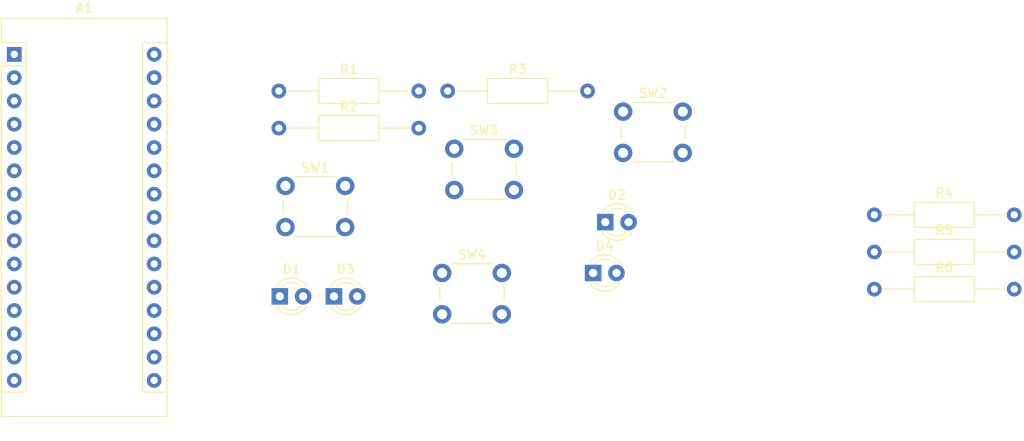
<source format=kicad_pcb>
(kicad_pcb (version 20171130) (host pcbnew 5.1.5+dfsg1-2build2)

  (general
    (thickness 1.6)
    (drawings 0)
    (tracks 0)
    (zones 0)
    (modules 15)
    (nets 33)
  )

  (page A4)
  (layers
    (0 F.Cu signal)
    (31 B.Cu signal)
    (32 B.Adhes user)
    (33 F.Adhes user)
    (34 B.Paste user)
    (35 F.Paste user)
    (36 B.SilkS user)
    (37 F.SilkS user)
    (38 B.Mask user)
    (39 F.Mask user)
    (40 Dwgs.User user)
    (41 Cmts.User user)
    (42 Eco1.User user)
    (43 Eco2.User user)
    (44 Edge.Cuts user)
    (45 Margin user)
    (46 B.CrtYd user)
    (47 F.CrtYd user)
    (48 B.Fab user)
    (49 F.Fab user)
  )

  (setup
    (last_trace_width 0.25)
    (trace_clearance 0.2)
    (zone_clearance 0.508)
    (zone_45_only no)
    (trace_min 0.2)
    (via_size 0.8)
    (via_drill 0.4)
    (via_min_size 0.4)
    (via_min_drill 0.3)
    (uvia_size 0.3)
    (uvia_drill 0.1)
    (uvias_allowed no)
    (uvia_min_size 0.2)
    (uvia_min_drill 0.1)
    (edge_width 0.05)
    (segment_width 0.2)
    (pcb_text_width 0.3)
    (pcb_text_size 1.5 1.5)
    (mod_edge_width 0.12)
    (mod_text_size 1 1)
    (mod_text_width 0.15)
    (pad_size 1.524 1.524)
    (pad_drill 0.762)
    (pad_to_mask_clearance 0.051)
    (solder_mask_min_width 0.25)
    (aux_axis_origin 0 0)
    (visible_elements FFFFFF7F)
    (pcbplotparams
      (layerselection 0x010fc_ffffffff)
      (usegerberextensions false)
      (usegerberattributes false)
      (usegerberadvancedattributes false)
      (creategerberjobfile false)
      (excludeedgelayer true)
      (linewidth 0.100000)
      (plotframeref false)
      (viasonmask false)
      (mode 1)
      (useauxorigin false)
      (hpglpennumber 1)
      (hpglpenspeed 20)
      (hpglpendiameter 15.000000)
      (psnegative false)
      (psa4output false)
      (plotreference true)
      (plotvalue true)
      (plotinvisibletext false)
      (padsonsilk false)
      (subtractmaskfromsilk false)
      (outputformat 1)
      (mirror false)
      (drillshape 1)
      (scaleselection 1)
      (outputdirectory ""))
  )

  (net 0 "")
  (net 1 "Net-(A1-Pad16)")
  (net 2 "Net-(A1-Pad15)")
  (net 3 "Net-(A1-Pad30)")
  (net 4 "Net-(A1-Pad14)")
  (net 5 "Net-(A1-Pad29)")
  (net 6 "Net-(A1-Pad13)")
  (net 7 "Net-(A1-Pad28)")
  (net 8 "Net-(A1-Pad10)")
  (net 9 "Net-(A1-Pad27)")
  (net 10 "Net-(A1-Pad26)")
  (net 11 "Net-(A1-Pad25)")
  (net 12 "Net-(A1-Pad24)")
  (net 13 "Net-(A1-Pad8)")
  (net 14 "Net-(A1-Pad23)")
  (net 15 "Net-(A1-Pad7)")
  (net 16 "Net-(A1-Pad22)")
  (net 17 "Net-(A1-Pad6)")
  (net 18 "Net-(A1-Pad21)")
  (net 19 "Net-(A1-Pad5)")
  (net 20 "Net-(A1-Pad20)")
  (net 21 "Net-(A1-Pad4)")
  (net 22 "Net-(A1-Pad19)")
  (net 23 "Net-(A1-Pad3)")
  (net 24 "Net-(A1-Pad18)")
  (net 25 "Net-(A1-Pad2)")
  (net 26 "Net-(A1-Pad17)")
  (net 27 "Net-(A1-Pad1)")
  (net 28 "Net-(D1-Pad1)")
  (net 29 "Net-(R2-Pad1)")
  (net 30 "Net-(A1-Pad12)")
  (net 31 "Net-(A1-Pad11)")
  (net 32 "Net-(A1-Pad9)")

  (net_class Default "Ceci est la Netclass par défaut."
    (clearance 0.2)
    (trace_width 0.25)
    (via_dia 0.8)
    (via_drill 0.4)
    (uvia_dia 0.3)
    (uvia_drill 0.1)
    (add_net "Net-(A1-Pad1)")
    (add_net "Net-(A1-Pad10)")
    (add_net "Net-(A1-Pad11)")
    (add_net "Net-(A1-Pad12)")
    (add_net "Net-(A1-Pad13)")
    (add_net "Net-(A1-Pad14)")
    (add_net "Net-(A1-Pad15)")
    (add_net "Net-(A1-Pad16)")
    (add_net "Net-(A1-Pad17)")
    (add_net "Net-(A1-Pad18)")
    (add_net "Net-(A1-Pad19)")
    (add_net "Net-(A1-Pad2)")
    (add_net "Net-(A1-Pad20)")
    (add_net "Net-(A1-Pad21)")
    (add_net "Net-(A1-Pad22)")
    (add_net "Net-(A1-Pad23)")
    (add_net "Net-(A1-Pad24)")
    (add_net "Net-(A1-Pad25)")
    (add_net "Net-(A1-Pad26)")
    (add_net "Net-(A1-Pad27)")
    (add_net "Net-(A1-Pad28)")
    (add_net "Net-(A1-Pad29)")
    (add_net "Net-(A1-Pad3)")
    (add_net "Net-(A1-Pad30)")
    (add_net "Net-(A1-Pad4)")
    (add_net "Net-(A1-Pad5)")
    (add_net "Net-(A1-Pad6)")
    (add_net "Net-(A1-Pad7)")
    (add_net "Net-(A1-Pad8)")
    (add_net "Net-(A1-Pad9)")
    (add_net "Net-(D1-Pad1)")
    (add_net "Net-(R2-Pad1)")
  )

  (module Button_Switch_THT:SW_PUSH_6mm (layer F.Cu) (tedit 5A02FE31) (tstamp 5F3FD31F)
    (at 96.43 -19.06)
    (descr https://www.omron.com/ecb/products/pdf/en-b3f.pdf)
    (tags "tact sw push 6mm")
    (path /5F429DEB)
    (fp_text reference SW4 (at 3.25 -2) (layer F.SilkS)
      (effects (font (size 1 1) (thickness 0.15)))
    )
    (fp_text value SW_Push (at 3.75 6.7) (layer F.Fab)
      (effects (font (size 1 1) (thickness 0.15)))
    )
    (fp_circle (center 3.25 2.25) (end 1.25 2.5) (layer F.Fab) (width 0.1))
    (fp_line (start 6.75 3) (end 6.75 1.5) (layer F.SilkS) (width 0.12))
    (fp_line (start 5.5 -1) (end 1 -1) (layer F.SilkS) (width 0.12))
    (fp_line (start -0.25 1.5) (end -0.25 3) (layer F.SilkS) (width 0.12))
    (fp_line (start 1 5.5) (end 5.5 5.5) (layer F.SilkS) (width 0.12))
    (fp_line (start 8 -1.25) (end 8 5.75) (layer F.CrtYd) (width 0.05))
    (fp_line (start 7.75 6) (end -1.25 6) (layer F.CrtYd) (width 0.05))
    (fp_line (start -1.5 5.75) (end -1.5 -1.25) (layer F.CrtYd) (width 0.05))
    (fp_line (start -1.25 -1.5) (end 7.75 -1.5) (layer F.CrtYd) (width 0.05))
    (fp_line (start -1.5 6) (end -1.25 6) (layer F.CrtYd) (width 0.05))
    (fp_line (start -1.5 5.75) (end -1.5 6) (layer F.CrtYd) (width 0.05))
    (fp_line (start -1.5 -1.5) (end -1.25 -1.5) (layer F.CrtYd) (width 0.05))
    (fp_line (start -1.5 -1.25) (end -1.5 -1.5) (layer F.CrtYd) (width 0.05))
    (fp_line (start 8 -1.5) (end 8 -1.25) (layer F.CrtYd) (width 0.05))
    (fp_line (start 7.75 -1.5) (end 8 -1.5) (layer F.CrtYd) (width 0.05))
    (fp_line (start 8 6) (end 8 5.75) (layer F.CrtYd) (width 0.05))
    (fp_line (start 7.75 6) (end 8 6) (layer F.CrtYd) (width 0.05))
    (fp_line (start 0.25 -0.75) (end 3.25 -0.75) (layer F.Fab) (width 0.1))
    (fp_line (start 0.25 5.25) (end 0.25 -0.75) (layer F.Fab) (width 0.1))
    (fp_line (start 6.25 5.25) (end 0.25 5.25) (layer F.Fab) (width 0.1))
    (fp_line (start 6.25 -0.75) (end 6.25 5.25) (layer F.Fab) (width 0.1))
    (fp_line (start 3.25 -0.75) (end 6.25 -0.75) (layer F.Fab) (width 0.1))
    (fp_text user %R (at 3.25 2.25) (layer F.Fab)
      (effects (font (size 1 1) (thickness 0.15)))
    )
    (pad 1 thru_hole circle (at 6.5 0 90) (size 2 2) (drill 1.1) (layers *.Cu *.Mask)
      (net 30 "Net-(A1-Pad12)"))
    (pad 2 thru_hole circle (at 6.5 4.5 90) (size 2 2) (drill 1.1) (layers *.Cu *.Mask)
      (net 29 "Net-(R2-Pad1)"))
    (pad 1 thru_hole circle (at 0 0 90) (size 2 2) (drill 1.1) (layers *.Cu *.Mask)
      (net 30 "Net-(A1-Pad12)"))
    (pad 2 thru_hole circle (at 0 4.5 90) (size 2 2) (drill 1.1) (layers *.Cu *.Mask)
      (net 29 "Net-(R2-Pad1)"))
    (model ${KISYS3DMOD}/Button_Switch_THT.3dshapes/SW_PUSH_6mm.wrl
      (at (xyz 0 0 0))
      (scale (xyz 1 1 1))
      (rotate (xyz 0 0 0))
    )
  )

  (module Button_Switch_THT:SW_PUSH_6mm (layer F.Cu) (tedit 5A02FE31) (tstamp 5F3FD2EB)
    (at 97.75 -32.61)
    (descr https://www.omron.com/ecb/products/pdf/en-b3f.pdf)
    (tags "tact sw push 6mm")
    (path /5F429B79)
    (fp_text reference SW3 (at 3.25 -2) (layer F.SilkS)
      (effects (font (size 1 1) (thickness 0.15)))
    )
    (fp_text value SW_Push (at 3.75 6.7) (layer F.Fab)
      (effects (font (size 1 1) (thickness 0.15)))
    )
    (fp_circle (center 3.25 2.25) (end 1.25 2.5) (layer F.Fab) (width 0.1))
    (fp_line (start 6.75 3) (end 6.75 1.5) (layer F.SilkS) (width 0.12))
    (fp_line (start 5.5 -1) (end 1 -1) (layer F.SilkS) (width 0.12))
    (fp_line (start -0.25 1.5) (end -0.25 3) (layer F.SilkS) (width 0.12))
    (fp_line (start 1 5.5) (end 5.5 5.5) (layer F.SilkS) (width 0.12))
    (fp_line (start 8 -1.25) (end 8 5.75) (layer F.CrtYd) (width 0.05))
    (fp_line (start 7.75 6) (end -1.25 6) (layer F.CrtYd) (width 0.05))
    (fp_line (start -1.5 5.75) (end -1.5 -1.25) (layer F.CrtYd) (width 0.05))
    (fp_line (start -1.25 -1.5) (end 7.75 -1.5) (layer F.CrtYd) (width 0.05))
    (fp_line (start -1.5 6) (end -1.25 6) (layer F.CrtYd) (width 0.05))
    (fp_line (start -1.5 5.75) (end -1.5 6) (layer F.CrtYd) (width 0.05))
    (fp_line (start -1.5 -1.5) (end -1.25 -1.5) (layer F.CrtYd) (width 0.05))
    (fp_line (start -1.5 -1.25) (end -1.5 -1.5) (layer F.CrtYd) (width 0.05))
    (fp_line (start 8 -1.5) (end 8 -1.25) (layer F.CrtYd) (width 0.05))
    (fp_line (start 7.75 -1.5) (end 8 -1.5) (layer F.CrtYd) (width 0.05))
    (fp_line (start 8 6) (end 8 5.75) (layer F.CrtYd) (width 0.05))
    (fp_line (start 7.75 6) (end 8 6) (layer F.CrtYd) (width 0.05))
    (fp_line (start 0.25 -0.75) (end 3.25 -0.75) (layer F.Fab) (width 0.1))
    (fp_line (start 0.25 5.25) (end 0.25 -0.75) (layer F.Fab) (width 0.1))
    (fp_line (start 6.25 5.25) (end 0.25 5.25) (layer F.Fab) (width 0.1))
    (fp_line (start 6.25 -0.75) (end 6.25 5.25) (layer F.Fab) (width 0.1))
    (fp_line (start 3.25 -0.75) (end 6.25 -0.75) (layer F.Fab) (width 0.1))
    (fp_text user %R (at 3.25 2.25) (layer F.Fab)
      (effects (font (size 1 1) (thickness 0.15)))
    )
    (pad 1 thru_hole circle (at 6.5 0 90) (size 2 2) (drill 1.1) (layers *.Cu *.Mask)
      (net 31 "Net-(A1-Pad11)"))
    (pad 2 thru_hole circle (at 6.5 4.5 90) (size 2 2) (drill 1.1) (layers *.Cu *.Mask)
      (net 29 "Net-(R2-Pad1)"))
    (pad 1 thru_hole circle (at 0 0 90) (size 2 2) (drill 1.1) (layers *.Cu *.Mask)
      (net 31 "Net-(A1-Pad11)"))
    (pad 2 thru_hole circle (at 0 4.5 90) (size 2 2) (drill 1.1) (layers *.Cu *.Mask)
      (net 29 "Net-(R2-Pad1)"))
    (model ${KISYS3DMOD}/Button_Switch_THT.3dshapes/SW_PUSH_6mm.wrl
      (at (xyz 0 0 0))
      (scale (xyz 1 1 1))
      (rotate (xyz 0 0 0))
    )
  )

  (module Button_Switch_THT:SW_PUSH_6mm (layer F.Cu) (tedit 5A02FE31) (tstamp 5F3FD305)
    (at 116.14 -36.66)
    (descr https://www.omron.com/ecb/products/pdf/en-b3f.pdf)
    (tags "tact sw push 6mm")
    (path /5F4291A2)
    (fp_text reference SW2 (at 3.25 -2) (layer F.SilkS)
      (effects (font (size 1 1) (thickness 0.15)))
    )
    (fp_text value SW_Push (at 3.75 6.7) (layer F.Fab)
      (effects (font (size 1 1) (thickness 0.15)))
    )
    (fp_circle (center 3.25 2.25) (end 1.25 2.5) (layer F.Fab) (width 0.1))
    (fp_line (start 6.75 3) (end 6.75 1.5) (layer F.SilkS) (width 0.12))
    (fp_line (start 5.5 -1) (end 1 -1) (layer F.SilkS) (width 0.12))
    (fp_line (start -0.25 1.5) (end -0.25 3) (layer F.SilkS) (width 0.12))
    (fp_line (start 1 5.5) (end 5.5 5.5) (layer F.SilkS) (width 0.12))
    (fp_line (start 8 -1.25) (end 8 5.75) (layer F.CrtYd) (width 0.05))
    (fp_line (start 7.75 6) (end -1.25 6) (layer F.CrtYd) (width 0.05))
    (fp_line (start -1.5 5.75) (end -1.5 -1.25) (layer F.CrtYd) (width 0.05))
    (fp_line (start -1.25 -1.5) (end 7.75 -1.5) (layer F.CrtYd) (width 0.05))
    (fp_line (start -1.5 6) (end -1.25 6) (layer F.CrtYd) (width 0.05))
    (fp_line (start -1.5 5.75) (end -1.5 6) (layer F.CrtYd) (width 0.05))
    (fp_line (start -1.5 -1.5) (end -1.25 -1.5) (layer F.CrtYd) (width 0.05))
    (fp_line (start -1.5 -1.25) (end -1.5 -1.5) (layer F.CrtYd) (width 0.05))
    (fp_line (start 8 -1.5) (end 8 -1.25) (layer F.CrtYd) (width 0.05))
    (fp_line (start 7.75 -1.5) (end 8 -1.5) (layer F.CrtYd) (width 0.05))
    (fp_line (start 8 6) (end 8 5.75) (layer F.CrtYd) (width 0.05))
    (fp_line (start 7.75 6) (end 8 6) (layer F.CrtYd) (width 0.05))
    (fp_line (start 0.25 -0.75) (end 3.25 -0.75) (layer F.Fab) (width 0.1))
    (fp_line (start 0.25 5.25) (end 0.25 -0.75) (layer F.Fab) (width 0.1))
    (fp_line (start 6.25 5.25) (end 0.25 5.25) (layer F.Fab) (width 0.1))
    (fp_line (start 6.25 -0.75) (end 6.25 5.25) (layer F.Fab) (width 0.1))
    (fp_line (start 3.25 -0.75) (end 6.25 -0.75) (layer F.Fab) (width 0.1))
    (fp_text user %R (at 3.25 2.25) (layer F.Fab)
      (effects (font (size 1 1) (thickness 0.15)))
    )
    (pad 1 thru_hole circle (at 6.5 0 90) (size 2 2) (drill 1.1) (layers *.Cu *.Mask)
      (net 8 "Net-(A1-Pad10)"))
    (pad 2 thru_hole circle (at 6.5 4.5 90) (size 2 2) (drill 1.1) (layers *.Cu *.Mask)
      (net 29 "Net-(R2-Pad1)"))
    (pad 1 thru_hole circle (at 0 0 90) (size 2 2) (drill 1.1) (layers *.Cu *.Mask)
      (net 8 "Net-(A1-Pad10)"))
    (pad 2 thru_hole circle (at 0 4.5 90) (size 2 2) (drill 1.1) (layers *.Cu *.Mask)
      (net 29 "Net-(R2-Pad1)"))
    (model ${KISYS3DMOD}/Button_Switch_THT.3dshapes/SW_PUSH_6mm.wrl
      (at (xyz 0 0 0))
      (scale (xyz 1 1 1))
      (rotate (xyz 0 0 0))
    )
  )

  (module Button_Switch_THT:SW_PUSH_6mm (layer F.Cu) (tedit 5A02FE31) (tstamp 5F3FD2D1)
    (at 79.36 -28.56)
    (descr https://www.omron.com/ecb/products/pdf/en-b3f.pdf)
    (tags "tact sw push 6mm")
    (path /5F42480E)
    (fp_text reference SW1 (at 3.25 -2) (layer F.SilkS)
      (effects (font (size 1 1) (thickness 0.15)))
    )
    (fp_text value SW_Push (at 3.75 6.7) (layer F.Fab)
      (effects (font (size 1 1) (thickness 0.15)))
    )
    (fp_circle (center 3.25 2.25) (end 1.25 2.5) (layer F.Fab) (width 0.1))
    (fp_line (start 6.75 3) (end 6.75 1.5) (layer F.SilkS) (width 0.12))
    (fp_line (start 5.5 -1) (end 1 -1) (layer F.SilkS) (width 0.12))
    (fp_line (start -0.25 1.5) (end -0.25 3) (layer F.SilkS) (width 0.12))
    (fp_line (start 1 5.5) (end 5.5 5.5) (layer F.SilkS) (width 0.12))
    (fp_line (start 8 -1.25) (end 8 5.75) (layer F.CrtYd) (width 0.05))
    (fp_line (start 7.75 6) (end -1.25 6) (layer F.CrtYd) (width 0.05))
    (fp_line (start -1.5 5.75) (end -1.5 -1.25) (layer F.CrtYd) (width 0.05))
    (fp_line (start -1.25 -1.5) (end 7.75 -1.5) (layer F.CrtYd) (width 0.05))
    (fp_line (start -1.5 6) (end -1.25 6) (layer F.CrtYd) (width 0.05))
    (fp_line (start -1.5 5.75) (end -1.5 6) (layer F.CrtYd) (width 0.05))
    (fp_line (start -1.5 -1.5) (end -1.25 -1.5) (layer F.CrtYd) (width 0.05))
    (fp_line (start -1.5 -1.25) (end -1.5 -1.5) (layer F.CrtYd) (width 0.05))
    (fp_line (start 8 -1.5) (end 8 -1.25) (layer F.CrtYd) (width 0.05))
    (fp_line (start 7.75 -1.5) (end 8 -1.5) (layer F.CrtYd) (width 0.05))
    (fp_line (start 8 6) (end 8 5.75) (layer F.CrtYd) (width 0.05))
    (fp_line (start 7.75 6) (end 8 6) (layer F.CrtYd) (width 0.05))
    (fp_line (start 0.25 -0.75) (end 3.25 -0.75) (layer F.Fab) (width 0.1))
    (fp_line (start 0.25 5.25) (end 0.25 -0.75) (layer F.Fab) (width 0.1))
    (fp_line (start 6.25 5.25) (end 0.25 5.25) (layer F.Fab) (width 0.1))
    (fp_line (start 6.25 -0.75) (end 6.25 5.25) (layer F.Fab) (width 0.1))
    (fp_line (start 3.25 -0.75) (end 6.25 -0.75) (layer F.Fab) (width 0.1))
    (fp_text user %R (at 3.25 2.25) (layer F.Fab)
      (effects (font (size 1 1) (thickness 0.15)))
    )
    (pad 1 thru_hole circle (at 6.5 0 90) (size 2 2) (drill 1.1) (layers *.Cu *.Mask)
      (net 32 "Net-(A1-Pad9)"))
    (pad 2 thru_hole circle (at 6.5 4.5 90) (size 2 2) (drill 1.1) (layers *.Cu *.Mask)
      (net 29 "Net-(R2-Pad1)"))
    (pad 1 thru_hole circle (at 0 0 90) (size 2 2) (drill 1.1) (layers *.Cu *.Mask)
      (net 32 "Net-(A1-Pad9)"))
    (pad 2 thru_hole circle (at 0 4.5 90) (size 2 2) (drill 1.1) (layers *.Cu *.Mask)
      (net 29 "Net-(R2-Pad1)"))
    (model ${KISYS3DMOD}/Button_Switch_THT.3dshapes/SW_PUSH_6mm.wrl
      (at (xyz 0 0 0))
      (scale (xyz 1 1 1))
      (rotate (xyz 0 0 0))
    )
  )

  (module Resistor_THT:R_Axial_DIN0207_L6.3mm_D2.5mm_P15.24mm_Horizontal (layer F.Cu) (tedit 5AE5139B) (tstamp 5F3F84AB)
    (at 143.51 -17.3)
    (descr "Resistor, Axial_DIN0207 series, Axial, Horizontal, pin pitch=15.24mm, 0.25W = 1/4W, length*diameter=6.3*2.5mm^2, http://cdn-reichelt.de/documents/datenblatt/B400/1_4W%23YAG.pdf")
    (tags "Resistor Axial_DIN0207 series Axial Horizontal pin pitch 15.24mm 0.25W = 1/4W length 6.3mm diameter 2.5mm")
    (path /5F3FBAF0)
    (fp_text reference R6 (at 7.62 -2.37) (layer F.SilkS)
      (effects (font (size 1 1) (thickness 0.15)))
    )
    (fp_text value R (at 7.62 2.37) (layer F.Fab)
      (effects (font (size 1 1) (thickness 0.15)))
    )
    (fp_text user %R (at 7.62 0) (layer F.Fab)
      (effects (font (size 1 1) (thickness 0.15)))
    )
    (fp_line (start 16.29 -1.5) (end -1.05 -1.5) (layer F.CrtYd) (width 0.05))
    (fp_line (start 16.29 1.5) (end 16.29 -1.5) (layer F.CrtYd) (width 0.05))
    (fp_line (start -1.05 1.5) (end 16.29 1.5) (layer F.CrtYd) (width 0.05))
    (fp_line (start -1.05 -1.5) (end -1.05 1.5) (layer F.CrtYd) (width 0.05))
    (fp_line (start 14.2 0) (end 10.89 0) (layer F.SilkS) (width 0.12))
    (fp_line (start 1.04 0) (end 4.35 0) (layer F.SilkS) (width 0.12))
    (fp_line (start 10.89 -1.37) (end 4.35 -1.37) (layer F.SilkS) (width 0.12))
    (fp_line (start 10.89 1.37) (end 10.89 -1.37) (layer F.SilkS) (width 0.12))
    (fp_line (start 4.35 1.37) (end 10.89 1.37) (layer F.SilkS) (width 0.12))
    (fp_line (start 4.35 -1.37) (end 4.35 1.37) (layer F.SilkS) (width 0.12))
    (fp_line (start 15.24 0) (end 10.77 0) (layer F.Fab) (width 0.1))
    (fp_line (start 0 0) (end 4.47 0) (layer F.Fab) (width 0.1))
    (fp_line (start 10.77 -1.25) (end 4.47 -1.25) (layer F.Fab) (width 0.1))
    (fp_line (start 10.77 1.25) (end 10.77 -1.25) (layer F.Fab) (width 0.1))
    (fp_line (start 4.47 1.25) (end 10.77 1.25) (layer F.Fab) (width 0.1))
    (fp_line (start 4.47 -1.25) (end 4.47 1.25) (layer F.Fab) (width 0.1))
    (pad 2 thru_hole oval (at 15.24 0) (size 1.6 1.6) (drill 0.8) (layers *.Cu *.Mask)
      (net 5 "Net-(A1-Pad29)"))
    (pad 1 thru_hole circle (at 0 0) (size 1.6 1.6) (drill 0.8) (layers *.Cu *.Mask)
      (net 30 "Net-(A1-Pad12)"))
    (model ${KISYS3DMOD}/Resistor_THT.3dshapes/R_Axial_DIN0207_L6.3mm_D2.5mm_P15.24mm_Horizontal.wrl
      (at (xyz 0 0 0))
      (scale (xyz 1 1 1))
      (rotate (xyz 0 0 0))
    )
  )

  (module Resistor_THT:R_Axial_DIN0207_L6.3mm_D2.5mm_P15.24mm_Horizontal (layer F.Cu) (tedit 5AE5139B) (tstamp 5F3F8494)
    (at 143.51 -21.35)
    (descr "Resistor, Axial_DIN0207 series, Axial, Horizontal, pin pitch=15.24mm, 0.25W = 1/4W, length*diameter=6.3*2.5mm^2, http://cdn-reichelt.de/documents/datenblatt/B400/1_4W%23YAG.pdf")
    (tags "Resistor Axial_DIN0207 series Axial Horizontal pin pitch 15.24mm 0.25W = 1/4W length 6.3mm diameter 2.5mm")
    (path /5F3FB55F)
    (fp_text reference R5 (at 7.62 -2.37) (layer F.SilkS)
      (effects (font (size 1 1) (thickness 0.15)))
    )
    (fp_text value R (at 7.62 2.37) (layer F.Fab)
      (effects (font (size 1 1) (thickness 0.15)))
    )
    (fp_text user %R (at 7.62 0) (layer F.Fab)
      (effects (font (size 1 1) (thickness 0.15)))
    )
    (fp_line (start 16.29 -1.5) (end -1.05 -1.5) (layer F.CrtYd) (width 0.05))
    (fp_line (start 16.29 1.5) (end 16.29 -1.5) (layer F.CrtYd) (width 0.05))
    (fp_line (start -1.05 1.5) (end 16.29 1.5) (layer F.CrtYd) (width 0.05))
    (fp_line (start -1.05 -1.5) (end -1.05 1.5) (layer F.CrtYd) (width 0.05))
    (fp_line (start 14.2 0) (end 10.89 0) (layer F.SilkS) (width 0.12))
    (fp_line (start 1.04 0) (end 4.35 0) (layer F.SilkS) (width 0.12))
    (fp_line (start 10.89 -1.37) (end 4.35 -1.37) (layer F.SilkS) (width 0.12))
    (fp_line (start 10.89 1.37) (end 10.89 -1.37) (layer F.SilkS) (width 0.12))
    (fp_line (start 4.35 1.37) (end 10.89 1.37) (layer F.SilkS) (width 0.12))
    (fp_line (start 4.35 -1.37) (end 4.35 1.37) (layer F.SilkS) (width 0.12))
    (fp_line (start 15.24 0) (end 10.77 0) (layer F.Fab) (width 0.1))
    (fp_line (start 0 0) (end 4.47 0) (layer F.Fab) (width 0.1))
    (fp_line (start 10.77 -1.25) (end 4.47 -1.25) (layer F.Fab) (width 0.1))
    (fp_line (start 10.77 1.25) (end 10.77 -1.25) (layer F.Fab) (width 0.1))
    (fp_line (start 4.47 1.25) (end 10.77 1.25) (layer F.Fab) (width 0.1))
    (fp_line (start 4.47 -1.25) (end 4.47 1.25) (layer F.Fab) (width 0.1))
    (pad 2 thru_hole oval (at 15.24 0) (size 1.6 1.6) (drill 0.8) (layers *.Cu *.Mask)
      (net 5 "Net-(A1-Pad29)"))
    (pad 1 thru_hole circle (at 0 0) (size 1.6 1.6) (drill 0.8) (layers *.Cu *.Mask)
      (net 31 "Net-(A1-Pad11)"))
    (model ${KISYS3DMOD}/Resistor_THT.3dshapes/R_Axial_DIN0207_L6.3mm_D2.5mm_P15.24mm_Horizontal.wrl
      (at (xyz 0 0 0))
      (scale (xyz 1 1 1))
      (rotate (xyz 0 0 0))
    )
  )

  (module Resistor_THT:R_Axial_DIN0207_L6.3mm_D2.5mm_P15.24mm_Horizontal (layer F.Cu) (tedit 5AE5139B) (tstamp 5F3F847D)
    (at 143.51 -25.4)
    (descr "Resistor, Axial_DIN0207 series, Axial, Horizontal, pin pitch=15.24mm, 0.25W = 1/4W, length*diameter=6.3*2.5mm^2, http://cdn-reichelt.de/documents/datenblatt/B400/1_4W%23YAG.pdf")
    (tags "Resistor Axial_DIN0207 series Axial Horizontal pin pitch 15.24mm 0.25W = 1/4W length 6.3mm diameter 2.5mm")
    (path /5F3FA64E)
    (fp_text reference R4 (at 7.62 -2.37) (layer F.SilkS)
      (effects (font (size 1 1) (thickness 0.15)))
    )
    (fp_text value R (at 7.62 2.37) (layer F.Fab)
      (effects (font (size 1 1) (thickness 0.15)))
    )
    (fp_text user %R (at 7.62 0) (layer F.Fab)
      (effects (font (size 1 1) (thickness 0.15)))
    )
    (fp_line (start 16.29 -1.5) (end -1.05 -1.5) (layer F.CrtYd) (width 0.05))
    (fp_line (start 16.29 1.5) (end 16.29 -1.5) (layer F.CrtYd) (width 0.05))
    (fp_line (start -1.05 1.5) (end 16.29 1.5) (layer F.CrtYd) (width 0.05))
    (fp_line (start -1.05 -1.5) (end -1.05 1.5) (layer F.CrtYd) (width 0.05))
    (fp_line (start 14.2 0) (end 10.89 0) (layer F.SilkS) (width 0.12))
    (fp_line (start 1.04 0) (end 4.35 0) (layer F.SilkS) (width 0.12))
    (fp_line (start 10.89 -1.37) (end 4.35 -1.37) (layer F.SilkS) (width 0.12))
    (fp_line (start 10.89 1.37) (end 10.89 -1.37) (layer F.SilkS) (width 0.12))
    (fp_line (start 4.35 1.37) (end 10.89 1.37) (layer F.SilkS) (width 0.12))
    (fp_line (start 4.35 -1.37) (end 4.35 1.37) (layer F.SilkS) (width 0.12))
    (fp_line (start 15.24 0) (end 10.77 0) (layer F.Fab) (width 0.1))
    (fp_line (start 0 0) (end 4.47 0) (layer F.Fab) (width 0.1))
    (fp_line (start 10.77 -1.25) (end 4.47 -1.25) (layer F.Fab) (width 0.1))
    (fp_line (start 10.77 1.25) (end 10.77 -1.25) (layer F.Fab) (width 0.1))
    (fp_line (start 4.47 1.25) (end 10.77 1.25) (layer F.Fab) (width 0.1))
    (fp_line (start 4.47 -1.25) (end 4.47 1.25) (layer F.Fab) (width 0.1))
    (pad 2 thru_hole oval (at 15.24 0) (size 1.6 1.6) (drill 0.8) (layers *.Cu *.Mask)
      (net 5 "Net-(A1-Pad29)"))
    (pad 1 thru_hole circle (at 0 0) (size 1.6 1.6) (drill 0.8) (layers *.Cu *.Mask)
      (net 8 "Net-(A1-Pad10)"))
    (model ${KISYS3DMOD}/Resistor_THT.3dshapes/R_Axial_DIN0207_L6.3mm_D2.5mm_P15.24mm_Horizontal.wrl
      (at (xyz 0 0 0))
      (scale (xyz 1 1 1))
      (rotate (xyz 0 0 0))
    )
  )

  (module Resistor_THT:R_Axial_DIN0207_L6.3mm_D2.5mm_P15.24mm_Horizontal (layer F.Cu) (tedit 5AE5139B) (tstamp 5F3FD2B7)
    (at 97.03 -38.91)
    (descr "Resistor, Axial_DIN0207 series, Axial, Horizontal, pin pitch=15.24mm, 0.25W = 1/4W, length*diameter=6.3*2.5mm^2, http://cdn-reichelt.de/documents/datenblatt/B400/1_4W%23YAG.pdf")
    (tags "Resistor Axial_DIN0207 series Axial Horizontal pin pitch 15.24mm 0.25W = 1/4W length 6.3mm diameter 2.5mm")
    (path /5F4408CB)
    (fp_text reference R3 (at 7.62 -2.37) (layer F.SilkS)
      (effects (font (size 1 1) (thickness 0.15)))
    )
    (fp_text value R (at 7.62 2.37) (layer F.Fab)
      (effects (font (size 1 1) (thickness 0.15)))
    )
    (fp_text user %R (at 7.62 0) (layer F.Fab)
      (effects (font (size 1 1) (thickness 0.15)))
    )
    (fp_line (start 16.29 -1.5) (end -1.05 -1.5) (layer F.CrtYd) (width 0.05))
    (fp_line (start 16.29 1.5) (end 16.29 -1.5) (layer F.CrtYd) (width 0.05))
    (fp_line (start -1.05 1.5) (end 16.29 1.5) (layer F.CrtYd) (width 0.05))
    (fp_line (start -1.05 -1.5) (end -1.05 1.5) (layer F.CrtYd) (width 0.05))
    (fp_line (start 14.2 0) (end 10.89 0) (layer F.SilkS) (width 0.12))
    (fp_line (start 1.04 0) (end 4.35 0) (layer F.SilkS) (width 0.12))
    (fp_line (start 10.89 -1.37) (end 4.35 -1.37) (layer F.SilkS) (width 0.12))
    (fp_line (start 10.89 1.37) (end 10.89 -1.37) (layer F.SilkS) (width 0.12))
    (fp_line (start 4.35 1.37) (end 10.89 1.37) (layer F.SilkS) (width 0.12))
    (fp_line (start 4.35 -1.37) (end 4.35 1.37) (layer F.SilkS) (width 0.12))
    (fp_line (start 15.24 0) (end 10.77 0) (layer F.Fab) (width 0.1))
    (fp_line (start 0 0) (end 4.47 0) (layer F.Fab) (width 0.1))
    (fp_line (start 10.77 -1.25) (end 4.47 -1.25) (layer F.Fab) (width 0.1))
    (fp_line (start 10.77 1.25) (end 10.77 -1.25) (layer F.Fab) (width 0.1))
    (fp_line (start 4.47 1.25) (end 10.77 1.25) (layer F.Fab) (width 0.1))
    (fp_line (start 4.47 -1.25) (end 4.47 1.25) (layer F.Fab) (width 0.1))
    (pad 2 thru_hole oval (at 15.24 0) (size 1.6 1.6) (drill 0.8) (layers *.Cu *.Mask)
      (net 5 "Net-(A1-Pad29)"))
    (pad 1 thru_hole circle (at 0 0) (size 1.6 1.6) (drill 0.8) (layers *.Cu *.Mask)
      (net 32 "Net-(A1-Pad9)"))
    (model ${KISYS3DMOD}/Resistor_THT.3dshapes/R_Axial_DIN0207_L6.3mm_D2.5mm_P15.24mm_Horizontal.wrl
      (at (xyz 0 0 0))
      (scale (xyz 1 1 1))
      (rotate (xyz 0 0 0))
    )
  )

  (module Resistor_THT:R_Axial_DIN0207_L6.3mm_D2.5mm_P15.24mm_Horizontal (layer F.Cu) (tedit 5AE5139B) (tstamp 5F3FD2A0)
    (at 78.64 -34.86)
    (descr "Resistor, Axial_DIN0207 series, Axial, Horizontal, pin pitch=15.24mm, 0.25W = 1/4W, length*diameter=6.3*2.5mm^2, http://cdn-reichelt.de/documents/datenblatt/B400/1_4W%23YAG.pdf")
    (tags "Resistor Axial_DIN0207 series Axial Horizontal pin pitch 15.24mm 0.25W = 1/4W length 6.3mm diameter 2.5mm")
    (path /5F42D714)
    (fp_text reference R2 (at 7.62 -2.37) (layer F.SilkS)
      (effects (font (size 1 1) (thickness 0.15)))
    )
    (fp_text value R (at 7.62 2.37) (layer F.Fab)
      (effects (font (size 1 1) (thickness 0.15)))
    )
    (fp_text user %R (at 7.62 0) (layer F.Fab)
      (effects (font (size 1 1) (thickness 0.15)))
    )
    (fp_line (start 16.29 -1.5) (end -1.05 -1.5) (layer F.CrtYd) (width 0.05))
    (fp_line (start 16.29 1.5) (end 16.29 -1.5) (layer F.CrtYd) (width 0.05))
    (fp_line (start -1.05 1.5) (end 16.29 1.5) (layer F.CrtYd) (width 0.05))
    (fp_line (start -1.05 -1.5) (end -1.05 1.5) (layer F.CrtYd) (width 0.05))
    (fp_line (start 14.2 0) (end 10.89 0) (layer F.SilkS) (width 0.12))
    (fp_line (start 1.04 0) (end 4.35 0) (layer F.SilkS) (width 0.12))
    (fp_line (start 10.89 -1.37) (end 4.35 -1.37) (layer F.SilkS) (width 0.12))
    (fp_line (start 10.89 1.37) (end 10.89 -1.37) (layer F.SilkS) (width 0.12))
    (fp_line (start 4.35 1.37) (end 10.89 1.37) (layer F.SilkS) (width 0.12))
    (fp_line (start 4.35 -1.37) (end 4.35 1.37) (layer F.SilkS) (width 0.12))
    (fp_line (start 15.24 0) (end 10.77 0) (layer F.Fab) (width 0.1))
    (fp_line (start 0 0) (end 4.47 0) (layer F.Fab) (width 0.1))
    (fp_line (start 10.77 -1.25) (end 4.47 -1.25) (layer F.Fab) (width 0.1))
    (fp_line (start 10.77 1.25) (end 10.77 -1.25) (layer F.Fab) (width 0.1))
    (fp_line (start 4.47 1.25) (end 10.77 1.25) (layer F.Fab) (width 0.1))
    (fp_line (start 4.47 -1.25) (end 4.47 1.25) (layer F.Fab) (width 0.1))
    (pad 2 thru_hole oval (at 15.24 0) (size 1.6 1.6) (drill 0.8) (layers *.Cu *.Mask)
      (net 9 "Net-(A1-Pad27)"))
    (pad 1 thru_hole circle (at 0 0) (size 1.6 1.6) (drill 0.8) (layers *.Cu *.Mask)
      (net 29 "Net-(R2-Pad1)"))
    (model ${KISYS3DMOD}/Resistor_THT.3dshapes/R_Axial_DIN0207_L6.3mm_D2.5mm_P15.24mm_Horizontal.wrl
      (at (xyz 0 0 0))
      (scale (xyz 1 1 1))
      (rotate (xyz 0 0 0))
    )
  )

  (module Resistor_THT:R_Axial_DIN0207_L6.3mm_D2.5mm_P15.24mm_Horizontal (layer F.Cu) (tedit 5AE5139B) (tstamp 5F3FD289)
    (at 78.64 -38.91)
    (descr "Resistor, Axial_DIN0207 series, Axial, Horizontal, pin pitch=15.24mm, 0.25W = 1/4W, length*diameter=6.3*2.5mm^2, http://cdn-reichelt.de/documents/datenblatt/B400/1_4W%23YAG.pdf")
    (tags "Resistor Axial_DIN0207 series Axial Horizontal pin pitch 15.24mm 0.25W = 1/4W length 6.3mm diameter 2.5mm")
    (path /5F3FD487)
    (fp_text reference R1 (at 7.62 -2.37) (layer F.SilkS)
      (effects (font (size 1 1) (thickness 0.15)))
    )
    (fp_text value R (at 7.62 2.37) (layer F.Fab)
      (effects (font (size 1 1) (thickness 0.15)))
    )
    (fp_text user %R (at 7.62 0) (layer F.Fab)
      (effects (font (size 1 1) (thickness 0.15)))
    )
    (fp_line (start 16.29 -1.5) (end -1.05 -1.5) (layer F.CrtYd) (width 0.05))
    (fp_line (start 16.29 1.5) (end 16.29 -1.5) (layer F.CrtYd) (width 0.05))
    (fp_line (start -1.05 1.5) (end 16.29 1.5) (layer F.CrtYd) (width 0.05))
    (fp_line (start -1.05 -1.5) (end -1.05 1.5) (layer F.CrtYd) (width 0.05))
    (fp_line (start 14.2 0) (end 10.89 0) (layer F.SilkS) (width 0.12))
    (fp_line (start 1.04 0) (end 4.35 0) (layer F.SilkS) (width 0.12))
    (fp_line (start 10.89 -1.37) (end 4.35 -1.37) (layer F.SilkS) (width 0.12))
    (fp_line (start 10.89 1.37) (end 10.89 -1.37) (layer F.SilkS) (width 0.12))
    (fp_line (start 4.35 1.37) (end 10.89 1.37) (layer F.SilkS) (width 0.12))
    (fp_line (start 4.35 -1.37) (end 4.35 1.37) (layer F.SilkS) (width 0.12))
    (fp_line (start 15.24 0) (end 10.77 0) (layer F.Fab) (width 0.1))
    (fp_line (start 0 0) (end 4.47 0) (layer F.Fab) (width 0.1))
    (fp_line (start 10.77 -1.25) (end 4.47 -1.25) (layer F.Fab) (width 0.1))
    (fp_line (start 10.77 1.25) (end 10.77 -1.25) (layer F.Fab) (width 0.1))
    (fp_line (start 4.47 1.25) (end 10.77 1.25) (layer F.Fab) (width 0.1))
    (fp_line (start 4.47 -1.25) (end 4.47 1.25) (layer F.Fab) (width 0.1))
    (pad 2 thru_hole oval (at 15.24 0) (size 1.6 1.6) (drill 0.8) (layers *.Cu *.Mask)
      (net 21 "Net-(A1-Pad4)"))
    (pad 1 thru_hole circle (at 0 0) (size 1.6 1.6) (drill 0.8) (layers *.Cu *.Mask)
      (net 28 "Net-(D1-Pad1)"))
    (model ${KISYS3DMOD}/Resistor_THT.3dshapes/R_Axial_DIN0207_L6.3mm_D2.5mm_P15.24mm_Horizontal.wrl
      (at (xyz 0 0 0))
      (scale (xyz 1 1 1))
      (rotate (xyz 0 0 0))
    )
  )

  (module LED_THT:LED_D3.0mm (layer F.Cu) (tedit 587A3A7B) (tstamp 5F3FD272)
    (at 112.88 -19.06)
    (descr "LED, diameter 3.0mm, 2 pins")
    (tags "LED diameter 3.0mm 2 pins")
    (path /5F3FBBA6)
    (fp_text reference D4 (at 1.27 -2.96) (layer F.SilkS)
      (effects (font (size 1 1) (thickness 0.15)))
    )
    (fp_text value LED (at 1.27 2.96) (layer F.Fab)
      (effects (font (size 1 1) (thickness 0.15)))
    )
    (fp_line (start 3.7 -2.25) (end -1.15 -2.25) (layer F.CrtYd) (width 0.05))
    (fp_line (start 3.7 2.25) (end 3.7 -2.25) (layer F.CrtYd) (width 0.05))
    (fp_line (start -1.15 2.25) (end 3.7 2.25) (layer F.CrtYd) (width 0.05))
    (fp_line (start -1.15 -2.25) (end -1.15 2.25) (layer F.CrtYd) (width 0.05))
    (fp_line (start -0.29 1.08) (end -0.29 1.236) (layer F.SilkS) (width 0.12))
    (fp_line (start -0.29 -1.236) (end -0.29 -1.08) (layer F.SilkS) (width 0.12))
    (fp_line (start -0.23 -1.16619) (end -0.23 1.16619) (layer F.Fab) (width 0.1))
    (fp_circle (center 1.27 0) (end 2.77 0) (layer F.Fab) (width 0.1))
    (fp_arc (start 1.27 0) (end 0.229039 1.08) (angle -87.9) (layer F.SilkS) (width 0.12))
    (fp_arc (start 1.27 0) (end 0.229039 -1.08) (angle 87.9) (layer F.SilkS) (width 0.12))
    (fp_arc (start 1.27 0) (end -0.29 1.235516) (angle -108.8) (layer F.SilkS) (width 0.12))
    (fp_arc (start 1.27 0) (end -0.29 -1.235516) (angle 108.8) (layer F.SilkS) (width 0.12))
    (fp_arc (start 1.27 0) (end -0.23 -1.16619) (angle 284.3) (layer F.Fab) (width 0.1))
    (pad 2 thru_hole circle (at 2.54 0) (size 1.8 1.8) (drill 0.9) (layers *.Cu *.Mask)
      (net 13 "Net-(A1-Pad8)"))
    (pad 1 thru_hole rect (at 0 0) (size 1.8 1.8) (drill 0.9) (layers *.Cu *.Mask)
      (net 28 "Net-(D1-Pad1)"))
    (model ${KISYS3DMOD}/LED_THT.3dshapes/LED_D3.0mm.wrl
      (at (xyz 0 0 0))
      (scale (xyz 1 1 1))
      (rotate (xyz 0 0 0))
    )
  )

  (module LED_THT:LED_D3.0mm (layer F.Cu) (tedit 587A3A7B) (tstamp 5F3FD25F)
    (at 114.2 -24.61)
    (descr "LED, diameter 3.0mm, 2 pins")
    (tags "LED diameter 3.0mm 2 pins")
    (path /5F3FB177)
    (fp_text reference D2 (at 1.27 -2.96) (layer F.SilkS)
      (effects (font (size 1 1) (thickness 0.15)))
    )
    (fp_text value LED (at 1.27 2.96) (layer F.Fab)
      (effects (font (size 1 1) (thickness 0.15)))
    )
    (fp_line (start 3.7 -2.25) (end -1.15 -2.25) (layer F.CrtYd) (width 0.05))
    (fp_line (start 3.7 2.25) (end 3.7 -2.25) (layer F.CrtYd) (width 0.05))
    (fp_line (start -1.15 2.25) (end 3.7 2.25) (layer F.CrtYd) (width 0.05))
    (fp_line (start -1.15 -2.25) (end -1.15 2.25) (layer F.CrtYd) (width 0.05))
    (fp_line (start -0.29 1.08) (end -0.29 1.236) (layer F.SilkS) (width 0.12))
    (fp_line (start -0.29 -1.236) (end -0.29 -1.08) (layer F.SilkS) (width 0.12))
    (fp_line (start -0.23 -1.16619) (end -0.23 1.16619) (layer F.Fab) (width 0.1))
    (fp_circle (center 1.27 0) (end 2.77 0) (layer F.Fab) (width 0.1))
    (fp_arc (start 1.27 0) (end 0.229039 1.08) (angle -87.9) (layer F.SilkS) (width 0.12))
    (fp_arc (start 1.27 0) (end 0.229039 -1.08) (angle 87.9) (layer F.SilkS) (width 0.12))
    (fp_arc (start 1.27 0) (end -0.29 1.235516) (angle -108.8) (layer F.SilkS) (width 0.12))
    (fp_arc (start 1.27 0) (end -0.29 -1.235516) (angle 108.8) (layer F.SilkS) (width 0.12))
    (fp_arc (start 1.27 0) (end -0.23 -1.16619) (angle 284.3) (layer F.Fab) (width 0.1))
    (pad 2 thru_hole circle (at 2.54 0) (size 1.8 1.8) (drill 0.9) (layers *.Cu *.Mask)
      (net 17 "Net-(A1-Pad6)"))
    (pad 1 thru_hole rect (at 0 0) (size 1.8 1.8) (drill 0.9) (layers *.Cu *.Mask)
      (net 28 "Net-(D1-Pad1)"))
    (model ${KISYS3DMOD}/LED_THT.3dshapes/LED_D3.0mm.wrl
      (at (xyz 0 0 0))
      (scale (xyz 1 1 1))
      (rotate (xyz 0 0 0))
    )
  )

  (module LED_THT:LED_D3.0mm (layer F.Cu) (tedit 587A3A7B) (tstamp 5F3FD24C)
    (at 84.64 -16.51)
    (descr "LED, diameter 3.0mm, 2 pins")
    (tags "LED diameter 3.0mm 2 pins")
    (path /5F3FB531)
    (fp_text reference D3 (at 1.27 -2.96) (layer F.SilkS)
      (effects (font (size 1 1) (thickness 0.15)))
    )
    (fp_text value LED (at 1.27 2.96) (layer F.Fab)
      (effects (font (size 1 1) (thickness 0.15)))
    )
    (fp_line (start 3.7 -2.25) (end -1.15 -2.25) (layer F.CrtYd) (width 0.05))
    (fp_line (start 3.7 2.25) (end 3.7 -2.25) (layer F.CrtYd) (width 0.05))
    (fp_line (start -1.15 2.25) (end 3.7 2.25) (layer F.CrtYd) (width 0.05))
    (fp_line (start -1.15 -2.25) (end -1.15 2.25) (layer F.CrtYd) (width 0.05))
    (fp_line (start -0.29 1.08) (end -0.29 1.236) (layer F.SilkS) (width 0.12))
    (fp_line (start -0.29 -1.236) (end -0.29 -1.08) (layer F.SilkS) (width 0.12))
    (fp_line (start -0.23 -1.16619) (end -0.23 1.16619) (layer F.Fab) (width 0.1))
    (fp_circle (center 1.27 0) (end 2.77 0) (layer F.Fab) (width 0.1))
    (fp_arc (start 1.27 0) (end 0.229039 1.08) (angle -87.9) (layer F.SilkS) (width 0.12))
    (fp_arc (start 1.27 0) (end 0.229039 -1.08) (angle 87.9) (layer F.SilkS) (width 0.12))
    (fp_arc (start 1.27 0) (end -0.29 1.235516) (angle -108.8) (layer F.SilkS) (width 0.12))
    (fp_arc (start 1.27 0) (end -0.29 -1.235516) (angle 108.8) (layer F.SilkS) (width 0.12))
    (fp_arc (start 1.27 0) (end -0.23 -1.16619) (angle 284.3) (layer F.Fab) (width 0.1))
    (pad 2 thru_hole circle (at 2.54 0) (size 1.8 1.8) (drill 0.9) (layers *.Cu *.Mask)
      (net 15 "Net-(A1-Pad7)"))
    (pad 1 thru_hole rect (at 0 0) (size 1.8 1.8) (drill 0.9) (layers *.Cu *.Mask)
      (net 28 "Net-(D1-Pad1)"))
    (model ${KISYS3DMOD}/LED_THT.3dshapes/LED_D3.0mm.wrl
      (at (xyz 0 0 0))
      (scale (xyz 1 1 1))
      (rotate (xyz 0 0 0))
    )
  )

  (module LED_THT:LED_D3.0mm (layer F.Cu) (tedit 587A3A7B) (tstamp 5F3FD239)
    (at 78.74 -16.51)
    (descr "LED, diameter 3.0mm, 2 pins")
    (tags "LED diameter 3.0mm 2 pins")
    (path /5F3FAA98)
    (fp_text reference D1 (at 1.27 -2.96) (layer F.SilkS)
      (effects (font (size 1 1) (thickness 0.15)))
    )
    (fp_text value LED (at 1.27 2.96) (layer F.Fab)
      (effects (font (size 1 1) (thickness 0.15)))
    )
    (fp_line (start 3.7 -2.25) (end -1.15 -2.25) (layer F.CrtYd) (width 0.05))
    (fp_line (start 3.7 2.25) (end 3.7 -2.25) (layer F.CrtYd) (width 0.05))
    (fp_line (start -1.15 2.25) (end 3.7 2.25) (layer F.CrtYd) (width 0.05))
    (fp_line (start -1.15 -2.25) (end -1.15 2.25) (layer F.CrtYd) (width 0.05))
    (fp_line (start -0.29 1.08) (end -0.29 1.236) (layer F.SilkS) (width 0.12))
    (fp_line (start -0.29 -1.236) (end -0.29 -1.08) (layer F.SilkS) (width 0.12))
    (fp_line (start -0.23 -1.16619) (end -0.23 1.16619) (layer F.Fab) (width 0.1))
    (fp_circle (center 1.27 0) (end 2.77 0) (layer F.Fab) (width 0.1))
    (fp_arc (start 1.27 0) (end 0.229039 1.08) (angle -87.9) (layer F.SilkS) (width 0.12))
    (fp_arc (start 1.27 0) (end 0.229039 -1.08) (angle 87.9) (layer F.SilkS) (width 0.12))
    (fp_arc (start 1.27 0) (end -0.29 1.235516) (angle -108.8) (layer F.SilkS) (width 0.12))
    (fp_arc (start 1.27 0) (end -0.29 -1.235516) (angle 108.8) (layer F.SilkS) (width 0.12))
    (fp_arc (start 1.27 0) (end -0.23 -1.16619) (angle 284.3) (layer F.Fab) (width 0.1))
    (pad 2 thru_hole circle (at 2.54 0) (size 1.8 1.8) (drill 0.9) (layers *.Cu *.Mask)
      (net 19 "Net-(A1-Pad5)"))
    (pad 1 thru_hole rect (at 0 0) (size 1.8 1.8) (drill 0.9) (layers *.Cu *.Mask)
      (net 28 "Net-(D1-Pad1)"))
    (model ${KISYS3DMOD}/LED_THT.3dshapes/LED_D3.0mm.wrl
      (at (xyz 0 0 0))
      (scale (xyz 1 1 1))
      (rotate (xyz 0 0 0))
    )
  )

  (module Module:Arduino_Nano (layer F.Cu) (tedit 58ACAF70) (tstamp 5F3F77C0)
    (at 49.815001 -42.904999)
    (descr "Arduino Nano, http://www.mouser.com/pdfdocs/Gravitech_Arduino_Nano3_0.pdf")
    (tags "Arduino Nano")
    (path /5F3F751E)
    (fp_text reference A1 (at 7.62 -5.08) (layer F.SilkS)
      (effects (font (size 1 1) (thickness 0.15)))
    )
    (fp_text value Arduino_Nano_v2.x (at 8.89 19.05 90) (layer F.Fab)
      (effects (font (size 1 1) (thickness 0.15)))
    )
    (fp_line (start 16.75 42.16) (end -1.53 42.16) (layer F.CrtYd) (width 0.05))
    (fp_line (start 16.75 42.16) (end 16.75 -4.06) (layer F.CrtYd) (width 0.05))
    (fp_line (start -1.53 -4.06) (end -1.53 42.16) (layer F.CrtYd) (width 0.05))
    (fp_line (start -1.53 -4.06) (end 16.75 -4.06) (layer F.CrtYd) (width 0.05))
    (fp_line (start 16.51 -3.81) (end 16.51 39.37) (layer F.Fab) (width 0.1))
    (fp_line (start 0 -3.81) (end 16.51 -3.81) (layer F.Fab) (width 0.1))
    (fp_line (start -1.27 -2.54) (end 0 -3.81) (layer F.Fab) (width 0.1))
    (fp_line (start -1.27 39.37) (end -1.27 -2.54) (layer F.Fab) (width 0.1))
    (fp_line (start 16.51 39.37) (end -1.27 39.37) (layer F.Fab) (width 0.1))
    (fp_line (start 16.64 -3.94) (end -1.4 -3.94) (layer F.SilkS) (width 0.12))
    (fp_line (start 16.64 39.5) (end 16.64 -3.94) (layer F.SilkS) (width 0.12))
    (fp_line (start -1.4 39.5) (end 16.64 39.5) (layer F.SilkS) (width 0.12))
    (fp_line (start 3.81 41.91) (end 3.81 31.75) (layer F.Fab) (width 0.1))
    (fp_line (start 11.43 41.91) (end 3.81 41.91) (layer F.Fab) (width 0.1))
    (fp_line (start 11.43 31.75) (end 11.43 41.91) (layer F.Fab) (width 0.1))
    (fp_line (start 3.81 31.75) (end 11.43 31.75) (layer F.Fab) (width 0.1))
    (fp_line (start 1.27 36.83) (end -1.4 36.83) (layer F.SilkS) (width 0.12))
    (fp_line (start 1.27 1.27) (end 1.27 36.83) (layer F.SilkS) (width 0.12))
    (fp_line (start 1.27 1.27) (end -1.4 1.27) (layer F.SilkS) (width 0.12))
    (fp_line (start 13.97 36.83) (end 16.64 36.83) (layer F.SilkS) (width 0.12))
    (fp_line (start 13.97 -1.27) (end 13.97 36.83) (layer F.SilkS) (width 0.12))
    (fp_line (start 13.97 -1.27) (end 16.64 -1.27) (layer F.SilkS) (width 0.12))
    (fp_line (start -1.4 -3.94) (end -1.4 -1.27) (layer F.SilkS) (width 0.12))
    (fp_line (start -1.4 1.27) (end -1.4 39.5) (layer F.SilkS) (width 0.12))
    (fp_line (start 1.27 -1.27) (end -1.4 -1.27) (layer F.SilkS) (width 0.12))
    (fp_line (start 1.27 1.27) (end 1.27 -1.27) (layer F.SilkS) (width 0.12))
    (fp_text user %R (at 6.35 19.05 90) (layer F.Fab)
      (effects (font (size 1 1) (thickness 0.15)))
    )
    (pad 16 thru_hole oval (at 15.24 35.56) (size 1.6 1.6) (drill 0.8) (layers *.Cu *.Mask)
      (net 1 "Net-(A1-Pad16)"))
    (pad 15 thru_hole oval (at 0 35.56) (size 1.6 1.6) (drill 0.8) (layers *.Cu *.Mask)
      (net 2 "Net-(A1-Pad15)"))
    (pad 30 thru_hole oval (at 15.24 0) (size 1.6 1.6) (drill 0.8) (layers *.Cu *.Mask)
      (net 3 "Net-(A1-Pad30)"))
    (pad 14 thru_hole oval (at 0 33.02) (size 1.6 1.6) (drill 0.8) (layers *.Cu *.Mask)
      (net 4 "Net-(A1-Pad14)"))
    (pad 29 thru_hole oval (at 15.24 2.54) (size 1.6 1.6) (drill 0.8) (layers *.Cu *.Mask)
      (net 5 "Net-(A1-Pad29)"))
    (pad 13 thru_hole oval (at 0 30.48) (size 1.6 1.6) (drill 0.8) (layers *.Cu *.Mask)
      (net 6 "Net-(A1-Pad13)"))
    (pad 28 thru_hole oval (at 15.24 5.08) (size 1.6 1.6) (drill 0.8) (layers *.Cu *.Mask)
      (net 7 "Net-(A1-Pad28)"))
    (pad 12 thru_hole oval (at 0 27.94) (size 1.6 1.6) (drill 0.8) (layers *.Cu *.Mask)
      (net 30 "Net-(A1-Pad12)"))
    (pad 27 thru_hole oval (at 15.24 7.62) (size 1.6 1.6) (drill 0.8) (layers *.Cu *.Mask)
      (net 9 "Net-(A1-Pad27)"))
    (pad 11 thru_hole oval (at 0 25.4) (size 1.6 1.6) (drill 0.8) (layers *.Cu *.Mask)
      (net 31 "Net-(A1-Pad11)"))
    (pad 26 thru_hole oval (at 15.24 10.16) (size 1.6 1.6) (drill 0.8) (layers *.Cu *.Mask)
      (net 10 "Net-(A1-Pad26)"))
    (pad 10 thru_hole oval (at 0 22.86) (size 1.6 1.6) (drill 0.8) (layers *.Cu *.Mask)
      (net 8 "Net-(A1-Pad10)"))
    (pad 25 thru_hole oval (at 15.24 12.7) (size 1.6 1.6) (drill 0.8) (layers *.Cu *.Mask)
      (net 11 "Net-(A1-Pad25)"))
    (pad 9 thru_hole oval (at 0 20.32) (size 1.6 1.6) (drill 0.8) (layers *.Cu *.Mask)
      (net 32 "Net-(A1-Pad9)"))
    (pad 24 thru_hole oval (at 15.24 15.24) (size 1.6 1.6) (drill 0.8) (layers *.Cu *.Mask)
      (net 12 "Net-(A1-Pad24)"))
    (pad 8 thru_hole oval (at 0 17.78) (size 1.6 1.6) (drill 0.8) (layers *.Cu *.Mask)
      (net 13 "Net-(A1-Pad8)"))
    (pad 23 thru_hole oval (at 15.24 17.78) (size 1.6 1.6) (drill 0.8) (layers *.Cu *.Mask)
      (net 14 "Net-(A1-Pad23)"))
    (pad 7 thru_hole oval (at 0 15.24) (size 1.6 1.6) (drill 0.8) (layers *.Cu *.Mask)
      (net 15 "Net-(A1-Pad7)"))
    (pad 22 thru_hole oval (at 15.24 20.32) (size 1.6 1.6) (drill 0.8) (layers *.Cu *.Mask)
      (net 16 "Net-(A1-Pad22)"))
    (pad 6 thru_hole oval (at 0 12.7) (size 1.6 1.6) (drill 0.8) (layers *.Cu *.Mask)
      (net 17 "Net-(A1-Pad6)"))
    (pad 21 thru_hole oval (at 15.24 22.86) (size 1.6 1.6) (drill 0.8) (layers *.Cu *.Mask)
      (net 18 "Net-(A1-Pad21)"))
    (pad 5 thru_hole oval (at 0 10.16) (size 1.6 1.6) (drill 0.8) (layers *.Cu *.Mask)
      (net 19 "Net-(A1-Pad5)"))
    (pad 20 thru_hole oval (at 15.24 25.4) (size 1.6 1.6) (drill 0.8) (layers *.Cu *.Mask)
      (net 20 "Net-(A1-Pad20)"))
    (pad 4 thru_hole oval (at 0 7.62) (size 1.6 1.6) (drill 0.8) (layers *.Cu *.Mask)
      (net 21 "Net-(A1-Pad4)"))
    (pad 19 thru_hole oval (at 15.24 27.94) (size 1.6 1.6) (drill 0.8) (layers *.Cu *.Mask)
      (net 22 "Net-(A1-Pad19)"))
    (pad 3 thru_hole oval (at 0 5.08) (size 1.6 1.6) (drill 0.8) (layers *.Cu *.Mask)
      (net 23 "Net-(A1-Pad3)"))
    (pad 18 thru_hole oval (at 15.24 30.48) (size 1.6 1.6) (drill 0.8) (layers *.Cu *.Mask)
      (net 24 "Net-(A1-Pad18)"))
    (pad 2 thru_hole oval (at 0 2.54) (size 1.6 1.6) (drill 0.8) (layers *.Cu *.Mask)
      (net 25 "Net-(A1-Pad2)"))
    (pad 17 thru_hole oval (at 15.24 33.02) (size 1.6 1.6) (drill 0.8) (layers *.Cu *.Mask)
      (net 26 "Net-(A1-Pad17)"))
    (pad 1 thru_hole rect (at 0 0) (size 1.6 1.6) (drill 0.8) (layers *.Cu *.Mask)
      (net 27 "Net-(A1-Pad1)"))
    (model ${KISYS3DMOD}/Module.3dshapes/Arduino_Nano_WithMountingHoles.wrl
      (at (xyz 0 0 0))
      (scale (xyz 1 1 1))
      (rotate (xyz 0 0 0))
    )
  )

)

</source>
